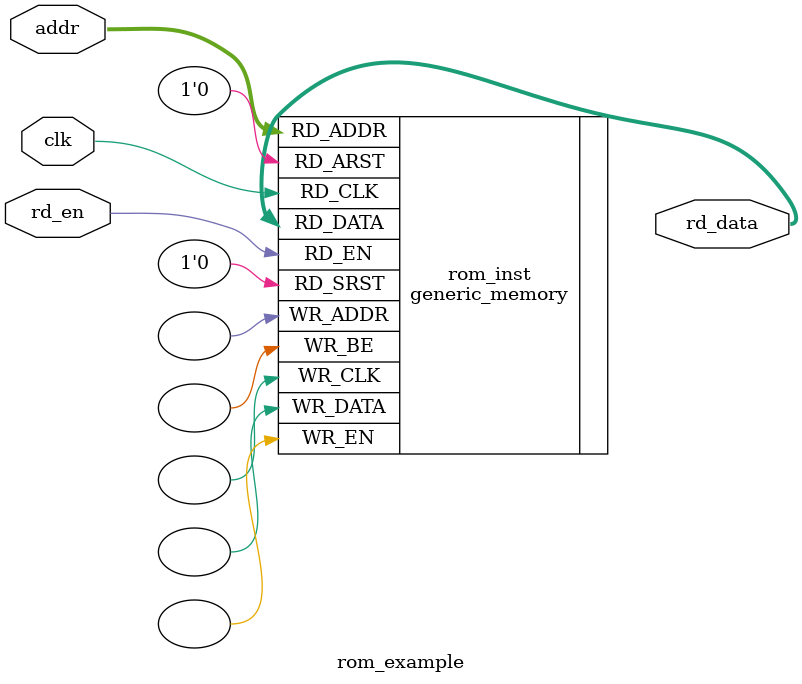
<source format=v>
/*
 *  Generic Memory Usage Examples
 *  
 *  This file demonstrates various configurations of the generic_memory module
 *  for different memory types and use cases.
 */

// Example 1: Simple Single-Port Memory (1R1W)
module single_port_memory_example (
    input wire clk,
    input wire rst,
    input wire rd_en,
    input wire wr_en,
    input wire [9:0] addr,
    input wire [31:0] wr_data,
    input wire [31:0] wr_be,
    output wire [31:0] rd_data
);

generic_memory #(
    .MEMID("sp_memory"),
    .SIZE(1024),
    .ABITS(10),
    .WIDTH(32),
    .RD_PORTS(1),
    .WR_PORTS(1),
    .OPTION_RESET("SYNC")
) sp_mem (
    .RD_CLK(clk),
    .RD_EN(rd_en),
    .RD_ARST(1'b0),
    .RD_SRST(rst),
    .RD_ADDR(addr),
    .RD_DATA(rd_data),
    
    .WR_CLK(clk),
    .WR_EN(wr_en),
    .WR_BE(wr_be),
    .WR_ADDR(addr),
    .WR_DATA(wr_data)
);

endmodule

// Example 2: True Dual-Port Memory (2R2W)
module dual_port_memory_example (
    input wire clk_a,
    input wire clk_b,
    input wire rst,
    
    // Port A
    input wire rd_en_a,
    input wire wr_en_a,
    input wire [10:0] addr_a,
    input wire [63:0] wr_data_a,
    input wire [63:0] wr_be_a,
    output wire [63:0] rd_data_a,
    
    // Port B  
    input wire rd_en_b,
    input wire wr_en_b,
    input wire [10:0] addr_b,
    input wire [63:0] wr_data_b,
    input wire [63:0] wr_be_b,
    output wire [63:0] rd_data_b
);

generic_memory #(
    .MEMID("dp_memory"),
    .SIZE(2048),
    .ABITS(11),
    .WIDTH(64),
    .RD_PORTS(2),
    .WR_PORTS(2),
    .RD_TRANSPARENCY(2'b11), // Both ports transparent
    .OPTION_RESET("SYNC")
) dp_mem (
    .RD_CLK({clk_b, clk_a}),
    .RD_EN({rd_en_b, rd_en_a}),
    .RD_ARST(2'b00),
    .RD_SRST({rst, rst}),
    .RD_ADDR({addr_b, addr_a}),
    .RD_DATA({rd_data_b, rd_data_a}),
    
    .WR_CLK({clk_b, clk_a}),
    .WR_EN({wr_en_b, wr_en_a}),
    .WR_BE({wr_be_b, wr_be_a}),
    .WR_ADDR({addr_b, addr_a}),
    .WR_DATA({wr_data_b, wr_data_a})
);

endmodule

// Example 3: Multi-Port Register File (8R4W)
module register_file_example (
    input wire clk,
    input wire rst,
    
    // 8 Read ports (typical for processor register file)
    input wire [7:0] rd_en,
    input wire [39:0] rd_addr,    // 8 ports * 5 bits each (32 registers)
    output wire [255:0] rd_data,  // 8 ports * 32 bits each
    
    // 4 Write ports
    input wire [3:0] wr_en,
    input wire [19:0] wr_addr,    // 4 ports * 5 bits each
    input wire [127:0] wr_data,   // 4 ports * 32 bits each
    input wire [127:0] wr_be      // Byte enables
);

generic_memory #(
    .MEMID("register_file"),
    .SIZE(32),
    .ABITS(5),
    .WIDTH(32),
    .RD_PORTS(8),
    .WR_PORTS(4),
    .RD_TRANSPARENCY(8'b11111111), // All read ports transparent
    .OPTION_RESET("SYNC")
) reg_file (
    .RD_CLK({8{clk}}),
    .RD_EN(rd_en),
    .RD_ARST(8'b0),
    .RD_SRST({8{rst}}),
    .RD_ADDR(rd_addr),
    .RD_DATA(rd_data),
    
    .WR_CLK({4{clk}}),
    .WR_EN(wr_en),
    .WR_BE(wr_be),
    .WR_ADDR(wr_addr),
    .WR_DATA(wr_data)
);

endmodule

// Example 4: Cache Line Storage (2R1W, Wide Data)
module cache_line_example (
    input wire clk,
    input wire rst,
    
    // Read ports
    input wire [1:0] rd_en,
    input wire [11:0] rd_addr,    // 2 ports * 6 bits each (64 lines)
    output wire [1023:0] rd_data, // 2 ports * 512 bits each
    
    // Write port (cache line fill)
    input wire wr_en,
    input wire [5:0] wr_addr,
    input wire [511:0] wr_data,
    input wire [511:0] wr_be
);

generic_memory #(
    .MEMID("cache_lines"),
    .SIZE(64),
    .ABITS(6),
    .WIDTH(512),
    .RD_PORTS(2),
    .WR_PORTS(1),
    .RD_TRANSPARENCY(2'b01), // Only port 0 transparent
    .OPTION_RESET("NONE")    // No reset for cache
) cache_mem (
    .RD_CLK({2{clk}}),
    .RD_EN(rd_en),
    .RD_ARST(2'b00),
    .RD_SRST(2'b00),
    .RD_ADDR(rd_addr),
    .RD_DATA(rd_data),
    
    .WR_CLK(clk),
    .WR_EN(wr_en),
    .WR_BE(wr_be),
    .WR_ADDR(wr_addr),
    .WR_DATA(wr_data)
);

endmodule

// Example 5: FIFO Buffer with Transparent Read
module fifo_buffer_example (
    input wire clk,
    input wire rst,
    input wire push,
    input wire pop,
    input wire [63:0] push_data,
    output wire [63:0] pop_data,
    output wire empty,
    output wire full
);

// FIFO control logic
reg [7:0] wr_ptr, rd_ptr;
reg [8:0] count;

assign empty = (count == 0);
assign full = (count == 256);

always @(posedge clk) begin
    if (rst) begin
        wr_ptr <= 0;
        rd_ptr <= 0;
        count <= 0;
    end else begin
        if (push && !full) begin
            wr_ptr <= wr_ptr + 1;
            count <= count + 1;
        end
        if (pop && !empty) begin
            rd_ptr <= rd_ptr + 1;
            count <= count - 1;
        end
        if (push && pop && !empty && !full) begin
            // Push and pop simultaneously
            wr_ptr <= wr_ptr + 1;
            rd_ptr <= rd_ptr + 1;
            // count unchanged
        end
    end
end

generic_memory #(
    .MEMID("fifo_buffer"),
    .SIZE(256),
    .ABITS(8),
    .WIDTH(64),
    .RD_PORTS(1),
    .WR_PORTS(1),
    .RD_TRANSPARENCY(1'b1), // Transparent for FIFO operation
    .OPTION_RESET("NONE")
) fifo_mem (
    .RD_CLK(clk),
    .RD_EN(pop && !empty),
    .RD_ARST(1'b0),
    .RD_SRST(1'b0),
    .RD_ADDR(rd_ptr),
    .RD_DATA(pop_data),
    
    .WR_CLK(clk),
    .WR_EN(push && !full),
    .WR_BE({64{1'b1}}), // Write all bits
    .WR_ADDR(wr_ptr),
    .WR_DATA(push_data)
);

endmodule

// Example 6: Asymmetric Multi-Port Memory (4R2W with different clocks)
module asymmetric_multiport_example (
    input wire fast_clk,    // Fast clock for reads
    input wire slow_clk,    // Slow clock for writes
    input wire rst,
    
    // 4 Read ports on fast clock
    input wire [3:0] rd_en,
    input wire [35:0] rd_addr,    // 4 ports * 9 bits each
    output wire [63:0] rd_data,   // 4 ports * 16 bits each
    
    // 2 Write ports on slow clock
    input wire [1:0] wr_en,
    input wire [17:0] wr_addr,    // 2 ports * 9 bits each
    input wire [31:0] wr_data,    // 2 ports * 16 bits each
    input wire [31:0] wr_be
);

generic_memory #(
    .MEMID("asymmetric_mem"),
    .SIZE(512),
    .ABITS(9),
    .WIDTH(16),
    .RD_PORTS(4),
    .WR_PORTS(2),
    .RD_CLK_ENABLE(4'b1111),      // All read ports clocked
    .RD_CLK_POLARITY(4'b1111),    // All positive edge
    .WR_CLK_ENABLE(2'b11),        // Both write ports clocked
    .WR_CLK_POLARITY(2'b11),      // Both positive edge
    .RD_TRANSPARENCY(4'b0000),    // No transparency due to different clocks
    .OPTION_RESET("SYNC")
) asym_mem (
    .RD_CLK({4{fast_clk}}),
    .RD_EN(rd_en),
    .RD_ARST(4'b0000),
    .RD_SRST({4{rst}}),
    .RD_ADDR(rd_addr),
    .RD_DATA(rd_data),
    
    .WR_CLK({2{slow_clk}}),
    .WR_EN(wr_en),
    .WR_BE(wr_be),
    .WR_ADDR(wr_addr),
    .WR_DATA(wr_data)
);

endmodule

// Example 7: Memory with Asynchronous Reset
module async_reset_memory_example (
    input wire clk,
    input wire arst,    // Asynchronous reset
    input wire rd_en,
    input wire wr_en,
    input wire [7:0] addr,
    input wire [31:0] wr_data,
    input wire [31:0] wr_be,
    output wire [31:0] rd_data
);

generic_memory #(
    .MEMID("async_reset_mem"),
    .SIZE(256),
    .ABITS(8),
    .WIDTH(32),
    .RD_PORTS(1),
    .WR_PORTS(1),
    .RD_ARST_VALUE(32'hDEADBEEF), // Reset value for read data
    .OPTION_RESET("ASYNC")
) arst_mem (
    .RD_CLK(clk),
    .RD_EN(rd_en),
    .RD_ARST(arst),
    .RD_SRST(1'b0),
    .RD_ADDR(addr),
    .RD_DATA(rd_data),
    
    .WR_CLK(clk),
    .WR_EN(wr_en),
    .WR_BE(wr_be),
    .WR_ADDR(addr),
    .WR_DATA(wr_data)
);

endmodule

// Example 8: ROM (Read-Only Memory) using 0 write ports
module rom_example (
    input wire clk,
    input wire rd_en,
    input wire [9:0] addr,
    output wire [31:0] rd_data
);

// Pre-initialize memory with content
localparam [32*1024-1:0] ROM_INIT = {
    // Initialize with some pattern - in practice this would be
    // loaded from a file or generated
    32'h12345678, 32'h9ABCDEF0, 32'hFEDCBA98, 32'h76543210,
    // ... repeat for all 1024 words
    {1020{32'h00000000}}
};

generic_memory #(
    .MEMID("rom_memory"),
    .SIZE(1024),
    .ABITS(10),
    .WIDTH(32),
    .RD_PORTS(1),
    .WR_PORTS(0),           // No write ports = ROM
    .INIT(ROM_INIT),
    .OPTION_RESET("NONE")
) rom_inst (
    .RD_CLK(clk),
    .RD_EN(rd_en),
    .RD_ARST(1'b0),
    .RD_SRST(1'b0),
    .RD_ADDR(addr),
    .RD_DATA(rd_data),
    
    // No write port connections needed
    .WR_CLK(),
    .WR_EN(),
    .WR_BE(),
    .WR_ADDR(),
    .WR_DATA()
);

endmodule
</source>
